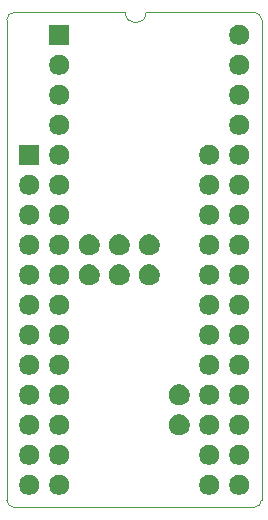
<source format=gbr>
%TF.GenerationSoftware,KiCad,Pcbnew,(5.1.5-0-10_14)*%
%TF.CreationDate,2021-01-31T16:28:13+01:00*%
%TF.ProjectId,C64-Prog-Adapter-LB,4336342d-5072-46f6-972d-416461707465,1.0*%
%TF.SameCoordinates,Original*%
%TF.FileFunction,Soldermask,Top*%
%TF.FilePolarity,Negative*%
%FSLAX46Y46*%
G04 Gerber Fmt 4.6, Leading zero omitted, Abs format (unit mm)*
G04 Created by KiCad (PCBNEW (5.1.5-0-10_14)) date 2021-01-31 16:28:13*
%MOMM*%
%LPD*%
G04 APERTURE LIST*
%ADD10C,0.050000*%
%ADD11C,0.150000*%
G04 APERTURE END LIST*
D10*
X124206000Y-38735000D02*
X133350000Y-38735000D01*
X124206000Y-38735000D02*
G75*
G02X122428000Y-38735000I-889000J0D01*
G01*
X133985000Y-80010000D02*
G75*
G02X133350000Y-80645000I-635000J0D01*
G01*
X113030000Y-80645000D02*
G75*
G02X112395000Y-80010000I0J635000D01*
G01*
X112395000Y-39370000D02*
G75*
G02X113030000Y-38735000I635000J0D01*
G01*
X133350000Y-38735000D02*
G75*
G02X133985000Y-39370000I0J-635000D01*
G01*
X112395000Y-80010000D02*
X112395000Y-39370000D01*
X133350000Y-80645000D02*
X113030000Y-80645000D01*
X133985000Y-39370000D02*
X133985000Y-80010000D01*
X113030000Y-38735000D02*
X122428000Y-38735000D01*
D11*
G36*
X132328228Y-77921703D02*
G01*
X132483100Y-77985853D01*
X132622481Y-78078985D01*
X132741015Y-78197519D01*
X132834147Y-78336900D01*
X132898297Y-78491772D01*
X132931000Y-78656184D01*
X132931000Y-78823816D01*
X132898297Y-78988228D01*
X132834147Y-79143100D01*
X132741015Y-79282481D01*
X132622481Y-79401015D01*
X132483100Y-79494147D01*
X132328228Y-79558297D01*
X132163816Y-79591000D01*
X131996184Y-79591000D01*
X131831772Y-79558297D01*
X131676900Y-79494147D01*
X131537519Y-79401015D01*
X131418985Y-79282481D01*
X131325853Y-79143100D01*
X131261703Y-78988228D01*
X131229000Y-78823816D01*
X131229000Y-78656184D01*
X131261703Y-78491772D01*
X131325853Y-78336900D01*
X131418985Y-78197519D01*
X131537519Y-78078985D01*
X131676900Y-77985853D01*
X131831772Y-77921703D01*
X131996184Y-77889000D01*
X132163816Y-77889000D01*
X132328228Y-77921703D01*
G37*
G36*
X129788228Y-77921703D02*
G01*
X129943100Y-77985853D01*
X130082481Y-78078985D01*
X130201015Y-78197519D01*
X130294147Y-78336900D01*
X130358297Y-78491772D01*
X130391000Y-78656184D01*
X130391000Y-78823816D01*
X130358297Y-78988228D01*
X130294147Y-79143100D01*
X130201015Y-79282481D01*
X130082481Y-79401015D01*
X129943100Y-79494147D01*
X129788228Y-79558297D01*
X129623816Y-79591000D01*
X129456184Y-79591000D01*
X129291772Y-79558297D01*
X129136900Y-79494147D01*
X128997519Y-79401015D01*
X128878985Y-79282481D01*
X128785853Y-79143100D01*
X128721703Y-78988228D01*
X128689000Y-78823816D01*
X128689000Y-78656184D01*
X128721703Y-78491772D01*
X128785853Y-78336900D01*
X128878985Y-78197519D01*
X128997519Y-78078985D01*
X129136900Y-77985853D01*
X129291772Y-77921703D01*
X129456184Y-77889000D01*
X129623816Y-77889000D01*
X129788228Y-77921703D01*
G37*
G36*
X117088228Y-77921703D02*
G01*
X117243100Y-77985853D01*
X117382481Y-78078985D01*
X117501015Y-78197519D01*
X117594147Y-78336900D01*
X117658297Y-78491772D01*
X117691000Y-78656184D01*
X117691000Y-78823816D01*
X117658297Y-78988228D01*
X117594147Y-79143100D01*
X117501015Y-79282481D01*
X117382481Y-79401015D01*
X117243100Y-79494147D01*
X117088228Y-79558297D01*
X116923816Y-79591000D01*
X116756184Y-79591000D01*
X116591772Y-79558297D01*
X116436900Y-79494147D01*
X116297519Y-79401015D01*
X116178985Y-79282481D01*
X116085853Y-79143100D01*
X116021703Y-78988228D01*
X115989000Y-78823816D01*
X115989000Y-78656184D01*
X116021703Y-78491772D01*
X116085853Y-78336900D01*
X116178985Y-78197519D01*
X116297519Y-78078985D01*
X116436900Y-77985853D01*
X116591772Y-77921703D01*
X116756184Y-77889000D01*
X116923816Y-77889000D01*
X117088228Y-77921703D01*
G37*
G36*
X114548228Y-77921703D02*
G01*
X114703100Y-77985853D01*
X114842481Y-78078985D01*
X114961015Y-78197519D01*
X115054147Y-78336900D01*
X115118297Y-78491772D01*
X115151000Y-78656184D01*
X115151000Y-78823816D01*
X115118297Y-78988228D01*
X115054147Y-79143100D01*
X114961015Y-79282481D01*
X114842481Y-79401015D01*
X114703100Y-79494147D01*
X114548228Y-79558297D01*
X114383816Y-79591000D01*
X114216184Y-79591000D01*
X114051772Y-79558297D01*
X113896900Y-79494147D01*
X113757519Y-79401015D01*
X113638985Y-79282481D01*
X113545853Y-79143100D01*
X113481703Y-78988228D01*
X113449000Y-78823816D01*
X113449000Y-78656184D01*
X113481703Y-78491772D01*
X113545853Y-78336900D01*
X113638985Y-78197519D01*
X113757519Y-78078985D01*
X113896900Y-77985853D01*
X114051772Y-77921703D01*
X114216184Y-77889000D01*
X114383816Y-77889000D01*
X114548228Y-77921703D01*
G37*
G36*
X132328228Y-75381703D02*
G01*
X132483100Y-75445853D01*
X132622481Y-75538985D01*
X132741015Y-75657519D01*
X132834147Y-75796900D01*
X132898297Y-75951772D01*
X132931000Y-76116184D01*
X132931000Y-76283816D01*
X132898297Y-76448228D01*
X132834147Y-76603100D01*
X132741015Y-76742481D01*
X132622481Y-76861015D01*
X132483100Y-76954147D01*
X132328228Y-77018297D01*
X132163816Y-77051000D01*
X131996184Y-77051000D01*
X131831772Y-77018297D01*
X131676900Y-76954147D01*
X131537519Y-76861015D01*
X131418985Y-76742481D01*
X131325853Y-76603100D01*
X131261703Y-76448228D01*
X131229000Y-76283816D01*
X131229000Y-76116184D01*
X131261703Y-75951772D01*
X131325853Y-75796900D01*
X131418985Y-75657519D01*
X131537519Y-75538985D01*
X131676900Y-75445853D01*
X131831772Y-75381703D01*
X131996184Y-75349000D01*
X132163816Y-75349000D01*
X132328228Y-75381703D01*
G37*
G36*
X129788228Y-75381703D02*
G01*
X129943100Y-75445853D01*
X130082481Y-75538985D01*
X130201015Y-75657519D01*
X130294147Y-75796900D01*
X130358297Y-75951772D01*
X130391000Y-76116184D01*
X130391000Y-76283816D01*
X130358297Y-76448228D01*
X130294147Y-76603100D01*
X130201015Y-76742481D01*
X130082481Y-76861015D01*
X129943100Y-76954147D01*
X129788228Y-77018297D01*
X129623816Y-77051000D01*
X129456184Y-77051000D01*
X129291772Y-77018297D01*
X129136900Y-76954147D01*
X128997519Y-76861015D01*
X128878985Y-76742481D01*
X128785853Y-76603100D01*
X128721703Y-76448228D01*
X128689000Y-76283816D01*
X128689000Y-76116184D01*
X128721703Y-75951772D01*
X128785853Y-75796900D01*
X128878985Y-75657519D01*
X128997519Y-75538985D01*
X129136900Y-75445853D01*
X129291772Y-75381703D01*
X129456184Y-75349000D01*
X129623816Y-75349000D01*
X129788228Y-75381703D01*
G37*
G36*
X117088228Y-75381703D02*
G01*
X117243100Y-75445853D01*
X117382481Y-75538985D01*
X117501015Y-75657519D01*
X117594147Y-75796900D01*
X117658297Y-75951772D01*
X117691000Y-76116184D01*
X117691000Y-76283816D01*
X117658297Y-76448228D01*
X117594147Y-76603100D01*
X117501015Y-76742481D01*
X117382481Y-76861015D01*
X117243100Y-76954147D01*
X117088228Y-77018297D01*
X116923816Y-77051000D01*
X116756184Y-77051000D01*
X116591772Y-77018297D01*
X116436900Y-76954147D01*
X116297519Y-76861015D01*
X116178985Y-76742481D01*
X116085853Y-76603100D01*
X116021703Y-76448228D01*
X115989000Y-76283816D01*
X115989000Y-76116184D01*
X116021703Y-75951772D01*
X116085853Y-75796900D01*
X116178985Y-75657519D01*
X116297519Y-75538985D01*
X116436900Y-75445853D01*
X116591772Y-75381703D01*
X116756184Y-75349000D01*
X116923816Y-75349000D01*
X117088228Y-75381703D01*
G37*
G36*
X114548228Y-75381703D02*
G01*
X114703100Y-75445853D01*
X114842481Y-75538985D01*
X114961015Y-75657519D01*
X115054147Y-75796900D01*
X115118297Y-75951772D01*
X115151000Y-76116184D01*
X115151000Y-76283816D01*
X115118297Y-76448228D01*
X115054147Y-76603100D01*
X114961015Y-76742481D01*
X114842481Y-76861015D01*
X114703100Y-76954147D01*
X114548228Y-77018297D01*
X114383816Y-77051000D01*
X114216184Y-77051000D01*
X114051772Y-77018297D01*
X113896900Y-76954147D01*
X113757519Y-76861015D01*
X113638985Y-76742481D01*
X113545853Y-76603100D01*
X113481703Y-76448228D01*
X113449000Y-76283816D01*
X113449000Y-76116184D01*
X113481703Y-75951772D01*
X113545853Y-75796900D01*
X113638985Y-75657519D01*
X113757519Y-75538985D01*
X113896900Y-75445853D01*
X114051772Y-75381703D01*
X114216184Y-75349000D01*
X114383816Y-75349000D01*
X114548228Y-75381703D01*
G37*
G36*
X127113512Y-72763927D02*
G01*
X127262812Y-72793624D01*
X127426784Y-72861544D01*
X127574354Y-72960147D01*
X127699853Y-73085646D01*
X127798456Y-73233216D01*
X127866376Y-73397188D01*
X127901000Y-73571259D01*
X127901000Y-73748741D01*
X127866376Y-73922812D01*
X127798456Y-74086784D01*
X127699853Y-74234354D01*
X127574354Y-74359853D01*
X127426784Y-74458456D01*
X127262812Y-74526376D01*
X127113512Y-74556073D01*
X127088742Y-74561000D01*
X126911258Y-74561000D01*
X126886488Y-74556073D01*
X126737188Y-74526376D01*
X126573216Y-74458456D01*
X126425646Y-74359853D01*
X126300147Y-74234354D01*
X126201544Y-74086784D01*
X126133624Y-73922812D01*
X126099000Y-73748741D01*
X126099000Y-73571259D01*
X126133624Y-73397188D01*
X126201544Y-73233216D01*
X126300147Y-73085646D01*
X126425646Y-72960147D01*
X126573216Y-72861544D01*
X126737188Y-72793624D01*
X126886488Y-72763927D01*
X126911258Y-72759000D01*
X127088742Y-72759000D01*
X127113512Y-72763927D01*
G37*
G36*
X132328228Y-72841703D02*
G01*
X132483100Y-72905853D01*
X132622481Y-72998985D01*
X132741015Y-73117519D01*
X132834147Y-73256900D01*
X132898297Y-73411772D01*
X132931000Y-73576184D01*
X132931000Y-73743816D01*
X132898297Y-73908228D01*
X132834147Y-74063100D01*
X132741015Y-74202481D01*
X132622481Y-74321015D01*
X132483100Y-74414147D01*
X132328228Y-74478297D01*
X132163816Y-74511000D01*
X131996184Y-74511000D01*
X131831772Y-74478297D01*
X131676900Y-74414147D01*
X131537519Y-74321015D01*
X131418985Y-74202481D01*
X131325853Y-74063100D01*
X131261703Y-73908228D01*
X131229000Y-73743816D01*
X131229000Y-73576184D01*
X131261703Y-73411772D01*
X131325853Y-73256900D01*
X131418985Y-73117519D01*
X131537519Y-72998985D01*
X131676900Y-72905853D01*
X131831772Y-72841703D01*
X131996184Y-72809000D01*
X132163816Y-72809000D01*
X132328228Y-72841703D01*
G37*
G36*
X129788228Y-72841703D02*
G01*
X129943100Y-72905853D01*
X130082481Y-72998985D01*
X130201015Y-73117519D01*
X130294147Y-73256900D01*
X130358297Y-73411772D01*
X130391000Y-73576184D01*
X130391000Y-73743816D01*
X130358297Y-73908228D01*
X130294147Y-74063100D01*
X130201015Y-74202481D01*
X130082481Y-74321015D01*
X129943100Y-74414147D01*
X129788228Y-74478297D01*
X129623816Y-74511000D01*
X129456184Y-74511000D01*
X129291772Y-74478297D01*
X129136900Y-74414147D01*
X128997519Y-74321015D01*
X128878985Y-74202481D01*
X128785853Y-74063100D01*
X128721703Y-73908228D01*
X128689000Y-73743816D01*
X128689000Y-73576184D01*
X128721703Y-73411772D01*
X128785853Y-73256900D01*
X128878985Y-73117519D01*
X128997519Y-72998985D01*
X129136900Y-72905853D01*
X129291772Y-72841703D01*
X129456184Y-72809000D01*
X129623816Y-72809000D01*
X129788228Y-72841703D01*
G37*
G36*
X117088228Y-72841703D02*
G01*
X117243100Y-72905853D01*
X117382481Y-72998985D01*
X117501015Y-73117519D01*
X117594147Y-73256900D01*
X117658297Y-73411772D01*
X117691000Y-73576184D01*
X117691000Y-73743816D01*
X117658297Y-73908228D01*
X117594147Y-74063100D01*
X117501015Y-74202481D01*
X117382481Y-74321015D01*
X117243100Y-74414147D01*
X117088228Y-74478297D01*
X116923816Y-74511000D01*
X116756184Y-74511000D01*
X116591772Y-74478297D01*
X116436900Y-74414147D01*
X116297519Y-74321015D01*
X116178985Y-74202481D01*
X116085853Y-74063100D01*
X116021703Y-73908228D01*
X115989000Y-73743816D01*
X115989000Y-73576184D01*
X116021703Y-73411772D01*
X116085853Y-73256900D01*
X116178985Y-73117519D01*
X116297519Y-72998985D01*
X116436900Y-72905853D01*
X116591772Y-72841703D01*
X116756184Y-72809000D01*
X116923816Y-72809000D01*
X117088228Y-72841703D01*
G37*
G36*
X114548228Y-72841703D02*
G01*
X114703100Y-72905853D01*
X114842481Y-72998985D01*
X114961015Y-73117519D01*
X115054147Y-73256900D01*
X115118297Y-73411772D01*
X115151000Y-73576184D01*
X115151000Y-73743816D01*
X115118297Y-73908228D01*
X115054147Y-74063100D01*
X114961015Y-74202481D01*
X114842481Y-74321015D01*
X114703100Y-74414147D01*
X114548228Y-74478297D01*
X114383816Y-74511000D01*
X114216184Y-74511000D01*
X114051772Y-74478297D01*
X113896900Y-74414147D01*
X113757519Y-74321015D01*
X113638985Y-74202481D01*
X113545853Y-74063100D01*
X113481703Y-73908228D01*
X113449000Y-73743816D01*
X113449000Y-73576184D01*
X113481703Y-73411772D01*
X113545853Y-73256900D01*
X113638985Y-73117519D01*
X113757519Y-72998985D01*
X113896900Y-72905853D01*
X114051772Y-72841703D01*
X114216184Y-72809000D01*
X114383816Y-72809000D01*
X114548228Y-72841703D01*
G37*
G36*
X127113512Y-70223927D02*
G01*
X127262812Y-70253624D01*
X127426784Y-70321544D01*
X127574354Y-70420147D01*
X127699853Y-70545646D01*
X127798456Y-70693216D01*
X127866376Y-70857188D01*
X127901000Y-71031259D01*
X127901000Y-71208741D01*
X127866376Y-71382812D01*
X127798456Y-71546784D01*
X127699853Y-71694354D01*
X127574354Y-71819853D01*
X127426784Y-71918456D01*
X127262812Y-71986376D01*
X127113512Y-72016073D01*
X127088742Y-72021000D01*
X126911258Y-72021000D01*
X126886488Y-72016073D01*
X126737188Y-71986376D01*
X126573216Y-71918456D01*
X126425646Y-71819853D01*
X126300147Y-71694354D01*
X126201544Y-71546784D01*
X126133624Y-71382812D01*
X126099000Y-71208741D01*
X126099000Y-71031259D01*
X126133624Y-70857188D01*
X126201544Y-70693216D01*
X126300147Y-70545646D01*
X126425646Y-70420147D01*
X126573216Y-70321544D01*
X126737188Y-70253624D01*
X126886488Y-70223927D01*
X126911258Y-70219000D01*
X127088742Y-70219000D01*
X127113512Y-70223927D01*
G37*
G36*
X132328228Y-70301703D02*
G01*
X132483100Y-70365853D01*
X132622481Y-70458985D01*
X132741015Y-70577519D01*
X132834147Y-70716900D01*
X132898297Y-70871772D01*
X132931000Y-71036184D01*
X132931000Y-71203816D01*
X132898297Y-71368228D01*
X132834147Y-71523100D01*
X132741015Y-71662481D01*
X132622481Y-71781015D01*
X132483100Y-71874147D01*
X132328228Y-71938297D01*
X132163816Y-71971000D01*
X131996184Y-71971000D01*
X131831772Y-71938297D01*
X131676900Y-71874147D01*
X131537519Y-71781015D01*
X131418985Y-71662481D01*
X131325853Y-71523100D01*
X131261703Y-71368228D01*
X131229000Y-71203816D01*
X131229000Y-71036184D01*
X131261703Y-70871772D01*
X131325853Y-70716900D01*
X131418985Y-70577519D01*
X131537519Y-70458985D01*
X131676900Y-70365853D01*
X131831772Y-70301703D01*
X131996184Y-70269000D01*
X132163816Y-70269000D01*
X132328228Y-70301703D01*
G37*
G36*
X129788228Y-70301703D02*
G01*
X129943100Y-70365853D01*
X130082481Y-70458985D01*
X130201015Y-70577519D01*
X130294147Y-70716900D01*
X130358297Y-70871772D01*
X130391000Y-71036184D01*
X130391000Y-71203816D01*
X130358297Y-71368228D01*
X130294147Y-71523100D01*
X130201015Y-71662481D01*
X130082481Y-71781015D01*
X129943100Y-71874147D01*
X129788228Y-71938297D01*
X129623816Y-71971000D01*
X129456184Y-71971000D01*
X129291772Y-71938297D01*
X129136900Y-71874147D01*
X128997519Y-71781015D01*
X128878985Y-71662481D01*
X128785853Y-71523100D01*
X128721703Y-71368228D01*
X128689000Y-71203816D01*
X128689000Y-71036184D01*
X128721703Y-70871772D01*
X128785853Y-70716900D01*
X128878985Y-70577519D01*
X128997519Y-70458985D01*
X129136900Y-70365853D01*
X129291772Y-70301703D01*
X129456184Y-70269000D01*
X129623816Y-70269000D01*
X129788228Y-70301703D01*
G37*
G36*
X117088228Y-70301703D02*
G01*
X117243100Y-70365853D01*
X117382481Y-70458985D01*
X117501015Y-70577519D01*
X117594147Y-70716900D01*
X117658297Y-70871772D01*
X117691000Y-71036184D01*
X117691000Y-71203816D01*
X117658297Y-71368228D01*
X117594147Y-71523100D01*
X117501015Y-71662481D01*
X117382481Y-71781015D01*
X117243100Y-71874147D01*
X117088228Y-71938297D01*
X116923816Y-71971000D01*
X116756184Y-71971000D01*
X116591772Y-71938297D01*
X116436900Y-71874147D01*
X116297519Y-71781015D01*
X116178985Y-71662481D01*
X116085853Y-71523100D01*
X116021703Y-71368228D01*
X115989000Y-71203816D01*
X115989000Y-71036184D01*
X116021703Y-70871772D01*
X116085853Y-70716900D01*
X116178985Y-70577519D01*
X116297519Y-70458985D01*
X116436900Y-70365853D01*
X116591772Y-70301703D01*
X116756184Y-70269000D01*
X116923816Y-70269000D01*
X117088228Y-70301703D01*
G37*
G36*
X114548228Y-70301703D02*
G01*
X114703100Y-70365853D01*
X114842481Y-70458985D01*
X114961015Y-70577519D01*
X115054147Y-70716900D01*
X115118297Y-70871772D01*
X115151000Y-71036184D01*
X115151000Y-71203816D01*
X115118297Y-71368228D01*
X115054147Y-71523100D01*
X114961015Y-71662481D01*
X114842481Y-71781015D01*
X114703100Y-71874147D01*
X114548228Y-71938297D01*
X114383816Y-71971000D01*
X114216184Y-71971000D01*
X114051772Y-71938297D01*
X113896900Y-71874147D01*
X113757519Y-71781015D01*
X113638985Y-71662481D01*
X113545853Y-71523100D01*
X113481703Y-71368228D01*
X113449000Y-71203816D01*
X113449000Y-71036184D01*
X113481703Y-70871772D01*
X113545853Y-70716900D01*
X113638985Y-70577519D01*
X113757519Y-70458985D01*
X113896900Y-70365853D01*
X114051772Y-70301703D01*
X114216184Y-70269000D01*
X114383816Y-70269000D01*
X114548228Y-70301703D01*
G37*
G36*
X117088228Y-67761703D02*
G01*
X117243100Y-67825853D01*
X117382481Y-67918985D01*
X117501015Y-68037519D01*
X117594147Y-68176900D01*
X117658297Y-68331772D01*
X117691000Y-68496184D01*
X117691000Y-68663816D01*
X117658297Y-68828228D01*
X117594147Y-68983100D01*
X117501015Y-69122481D01*
X117382481Y-69241015D01*
X117243100Y-69334147D01*
X117088228Y-69398297D01*
X116923816Y-69431000D01*
X116756184Y-69431000D01*
X116591772Y-69398297D01*
X116436900Y-69334147D01*
X116297519Y-69241015D01*
X116178985Y-69122481D01*
X116085853Y-68983100D01*
X116021703Y-68828228D01*
X115989000Y-68663816D01*
X115989000Y-68496184D01*
X116021703Y-68331772D01*
X116085853Y-68176900D01*
X116178985Y-68037519D01*
X116297519Y-67918985D01*
X116436900Y-67825853D01*
X116591772Y-67761703D01*
X116756184Y-67729000D01*
X116923816Y-67729000D01*
X117088228Y-67761703D01*
G37*
G36*
X129788228Y-67761703D02*
G01*
X129943100Y-67825853D01*
X130082481Y-67918985D01*
X130201015Y-68037519D01*
X130294147Y-68176900D01*
X130358297Y-68331772D01*
X130391000Y-68496184D01*
X130391000Y-68663816D01*
X130358297Y-68828228D01*
X130294147Y-68983100D01*
X130201015Y-69122481D01*
X130082481Y-69241015D01*
X129943100Y-69334147D01*
X129788228Y-69398297D01*
X129623816Y-69431000D01*
X129456184Y-69431000D01*
X129291772Y-69398297D01*
X129136900Y-69334147D01*
X128997519Y-69241015D01*
X128878985Y-69122481D01*
X128785853Y-68983100D01*
X128721703Y-68828228D01*
X128689000Y-68663816D01*
X128689000Y-68496184D01*
X128721703Y-68331772D01*
X128785853Y-68176900D01*
X128878985Y-68037519D01*
X128997519Y-67918985D01*
X129136900Y-67825853D01*
X129291772Y-67761703D01*
X129456184Y-67729000D01*
X129623816Y-67729000D01*
X129788228Y-67761703D01*
G37*
G36*
X114548228Y-67761703D02*
G01*
X114703100Y-67825853D01*
X114842481Y-67918985D01*
X114961015Y-68037519D01*
X115054147Y-68176900D01*
X115118297Y-68331772D01*
X115151000Y-68496184D01*
X115151000Y-68663816D01*
X115118297Y-68828228D01*
X115054147Y-68983100D01*
X114961015Y-69122481D01*
X114842481Y-69241015D01*
X114703100Y-69334147D01*
X114548228Y-69398297D01*
X114383816Y-69431000D01*
X114216184Y-69431000D01*
X114051772Y-69398297D01*
X113896900Y-69334147D01*
X113757519Y-69241015D01*
X113638985Y-69122481D01*
X113545853Y-68983100D01*
X113481703Y-68828228D01*
X113449000Y-68663816D01*
X113449000Y-68496184D01*
X113481703Y-68331772D01*
X113545853Y-68176900D01*
X113638985Y-68037519D01*
X113757519Y-67918985D01*
X113896900Y-67825853D01*
X114051772Y-67761703D01*
X114216184Y-67729000D01*
X114383816Y-67729000D01*
X114548228Y-67761703D01*
G37*
G36*
X132328228Y-67761703D02*
G01*
X132483100Y-67825853D01*
X132622481Y-67918985D01*
X132741015Y-68037519D01*
X132834147Y-68176900D01*
X132898297Y-68331772D01*
X132931000Y-68496184D01*
X132931000Y-68663816D01*
X132898297Y-68828228D01*
X132834147Y-68983100D01*
X132741015Y-69122481D01*
X132622481Y-69241015D01*
X132483100Y-69334147D01*
X132328228Y-69398297D01*
X132163816Y-69431000D01*
X131996184Y-69431000D01*
X131831772Y-69398297D01*
X131676900Y-69334147D01*
X131537519Y-69241015D01*
X131418985Y-69122481D01*
X131325853Y-68983100D01*
X131261703Y-68828228D01*
X131229000Y-68663816D01*
X131229000Y-68496184D01*
X131261703Y-68331772D01*
X131325853Y-68176900D01*
X131418985Y-68037519D01*
X131537519Y-67918985D01*
X131676900Y-67825853D01*
X131831772Y-67761703D01*
X131996184Y-67729000D01*
X132163816Y-67729000D01*
X132328228Y-67761703D01*
G37*
G36*
X129788228Y-65221703D02*
G01*
X129943100Y-65285853D01*
X130082481Y-65378985D01*
X130201015Y-65497519D01*
X130294147Y-65636900D01*
X130358297Y-65791772D01*
X130391000Y-65956184D01*
X130391000Y-66123816D01*
X130358297Y-66288228D01*
X130294147Y-66443100D01*
X130201015Y-66582481D01*
X130082481Y-66701015D01*
X129943100Y-66794147D01*
X129788228Y-66858297D01*
X129623816Y-66891000D01*
X129456184Y-66891000D01*
X129291772Y-66858297D01*
X129136900Y-66794147D01*
X128997519Y-66701015D01*
X128878985Y-66582481D01*
X128785853Y-66443100D01*
X128721703Y-66288228D01*
X128689000Y-66123816D01*
X128689000Y-65956184D01*
X128721703Y-65791772D01*
X128785853Y-65636900D01*
X128878985Y-65497519D01*
X128997519Y-65378985D01*
X129136900Y-65285853D01*
X129291772Y-65221703D01*
X129456184Y-65189000D01*
X129623816Y-65189000D01*
X129788228Y-65221703D01*
G37*
G36*
X114548228Y-65221703D02*
G01*
X114703100Y-65285853D01*
X114842481Y-65378985D01*
X114961015Y-65497519D01*
X115054147Y-65636900D01*
X115118297Y-65791772D01*
X115151000Y-65956184D01*
X115151000Y-66123816D01*
X115118297Y-66288228D01*
X115054147Y-66443100D01*
X114961015Y-66582481D01*
X114842481Y-66701015D01*
X114703100Y-66794147D01*
X114548228Y-66858297D01*
X114383816Y-66891000D01*
X114216184Y-66891000D01*
X114051772Y-66858297D01*
X113896900Y-66794147D01*
X113757519Y-66701015D01*
X113638985Y-66582481D01*
X113545853Y-66443100D01*
X113481703Y-66288228D01*
X113449000Y-66123816D01*
X113449000Y-65956184D01*
X113481703Y-65791772D01*
X113545853Y-65636900D01*
X113638985Y-65497519D01*
X113757519Y-65378985D01*
X113896900Y-65285853D01*
X114051772Y-65221703D01*
X114216184Y-65189000D01*
X114383816Y-65189000D01*
X114548228Y-65221703D01*
G37*
G36*
X132328228Y-65221703D02*
G01*
X132483100Y-65285853D01*
X132622481Y-65378985D01*
X132741015Y-65497519D01*
X132834147Y-65636900D01*
X132898297Y-65791772D01*
X132931000Y-65956184D01*
X132931000Y-66123816D01*
X132898297Y-66288228D01*
X132834147Y-66443100D01*
X132741015Y-66582481D01*
X132622481Y-66701015D01*
X132483100Y-66794147D01*
X132328228Y-66858297D01*
X132163816Y-66891000D01*
X131996184Y-66891000D01*
X131831772Y-66858297D01*
X131676900Y-66794147D01*
X131537519Y-66701015D01*
X131418985Y-66582481D01*
X131325853Y-66443100D01*
X131261703Y-66288228D01*
X131229000Y-66123816D01*
X131229000Y-65956184D01*
X131261703Y-65791772D01*
X131325853Y-65636900D01*
X131418985Y-65497519D01*
X131537519Y-65378985D01*
X131676900Y-65285853D01*
X131831772Y-65221703D01*
X131996184Y-65189000D01*
X132163816Y-65189000D01*
X132328228Y-65221703D01*
G37*
G36*
X117088228Y-65221703D02*
G01*
X117243100Y-65285853D01*
X117382481Y-65378985D01*
X117501015Y-65497519D01*
X117594147Y-65636900D01*
X117658297Y-65791772D01*
X117691000Y-65956184D01*
X117691000Y-66123816D01*
X117658297Y-66288228D01*
X117594147Y-66443100D01*
X117501015Y-66582481D01*
X117382481Y-66701015D01*
X117243100Y-66794147D01*
X117088228Y-66858297D01*
X116923816Y-66891000D01*
X116756184Y-66891000D01*
X116591772Y-66858297D01*
X116436900Y-66794147D01*
X116297519Y-66701015D01*
X116178985Y-66582481D01*
X116085853Y-66443100D01*
X116021703Y-66288228D01*
X115989000Y-66123816D01*
X115989000Y-65956184D01*
X116021703Y-65791772D01*
X116085853Y-65636900D01*
X116178985Y-65497519D01*
X116297519Y-65378985D01*
X116436900Y-65285853D01*
X116591772Y-65221703D01*
X116756184Y-65189000D01*
X116923816Y-65189000D01*
X117088228Y-65221703D01*
G37*
G36*
X129788228Y-62681703D02*
G01*
X129943100Y-62745853D01*
X130082481Y-62838985D01*
X130201015Y-62957519D01*
X130294147Y-63096900D01*
X130358297Y-63251772D01*
X130391000Y-63416184D01*
X130391000Y-63583816D01*
X130358297Y-63748228D01*
X130294147Y-63903100D01*
X130201015Y-64042481D01*
X130082481Y-64161015D01*
X129943100Y-64254147D01*
X129788228Y-64318297D01*
X129623816Y-64351000D01*
X129456184Y-64351000D01*
X129291772Y-64318297D01*
X129136900Y-64254147D01*
X128997519Y-64161015D01*
X128878985Y-64042481D01*
X128785853Y-63903100D01*
X128721703Y-63748228D01*
X128689000Y-63583816D01*
X128689000Y-63416184D01*
X128721703Y-63251772D01*
X128785853Y-63096900D01*
X128878985Y-62957519D01*
X128997519Y-62838985D01*
X129136900Y-62745853D01*
X129291772Y-62681703D01*
X129456184Y-62649000D01*
X129623816Y-62649000D01*
X129788228Y-62681703D01*
G37*
G36*
X132328228Y-62681703D02*
G01*
X132483100Y-62745853D01*
X132622481Y-62838985D01*
X132741015Y-62957519D01*
X132834147Y-63096900D01*
X132898297Y-63251772D01*
X132931000Y-63416184D01*
X132931000Y-63583816D01*
X132898297Y-63748228D01*
X132834147Y-63903100D01*
X132741015Y-64042481D01*
X132622481Y-64161015D01*
X132483100Y-64254147D01*
X132328228Y-64318297D01*
X132163816Y-64351000D01*
X131996184Y-64351000D01*
X131831772Y-64318297D01*
X131676900Y-64254147D01*
X131537519Y-64161015D01*
X131418985Y-64042481D01*
X131325853Y-63903100D01*
X131261703Y-63748228D01*
X131229000Y-63583816D01*
X131229000Y-63416184D01*
X131261703Y-63251772D01*
X131325853Y-63096900D01*
X131418985Y-62957519D01*
X131537519Y-62838985D01*
X131676900Y-62745853D01*
X131831772Y-62681703D01*
X131996184Y-62649000D01*
X132163816Y-62649000D01*
X132328228Y-62681703D01*
G37*
G36*
X117088228Y-62681703D02*
G01*
X117243100Y-62745853D01*
X117382481Y-62838985D01*
X117501015Y-62957519D01*
X117594147Y-63096900D01*
X117658297Y-63251772D01*
X117691000Y-63416184D01*
X117691000Y-63583816D01*
X117658297Y-63748228D01*
X117594147Y-63903100D01*
X117501015Y-64042481D01*
X117382481Y-64161015D01*
X117243100Y-64254147D01*
X117088228Y-64318297D01*
X116923816Y-64351000D01*
X116756184Y-64351000D01*
X116591772Y-64318297D01*
X116436900Y-64254147D01*
X116297519Y-64161015D01*
X116178985Y-64042481D01*
X116085853Y-63903100D01*
X116021703Y-63748228D01*
X115989000Y-63583816D01*
X115989000Y-63416184D01*
X116021703Y-63251772D01*
X116085853Y-63096900D01*
X116178985Y-62957519D01*
X116297519Y-62838985D01*
X116436900Y-62745853D01*
X116591772Y-62681703D01*
X116756184Y-62649000D01*
X116923816Y-62649000D01*
X117088228Y-62681703D01*
G37*
G36*
X114548228Y-62681703D02*
G01*
X114703100Y-62745853D01*
X114842481Y-62838985D01*
X114961015Y-62957519D01*
X115054147Y-63096900D01*
X115118297Y-63251772D01*
X115151000Y-63416184D01*
X115151000Y-63583816D01*
X115118297Y-63748228D01*
X115054147Y-63903100D01*
X114961015Y-64042481D01*
X114842481Y-64161015D01*
X114703100Y-64254147D01*
X114548228Y-64318297D01*
X114383816Y-64351000D01*
X114216184Y-64351000D01*
X114051772Y-64318297D01*
X113896900Y-64254147D01*
X113757519Y-64161015D01*
X113638985Y-64042481D01*
X113545853Y-63903100D01*
X113481703Y-63748228D01*
X113449000Y-63583816D01*
X113449000Y-63416184D01*
X113481703Y-63251772D01*
X113545853Y-63096900D01*
X113638985Y-62957519D01*
X113757519Y-62838985D01*
X113896900Y-62745853D01*
X114051772Y-62681703D01*
X114216184Y-62649000D01*
X114383816Y-62649000D01*
X114548228Y-62681703D01*
G37*
G36*
X124573512Y-60063927D02*
G01*
X124722812Y-60093624D01*
X124886784Y-60161544D01*
X125034354Y-60260147D01*
X125159853Y-60385646D01*
X125258456Y-60533216D01*
X125326376Y-60697188D01*
X125361000Y-60871259D01*
X125361000Y-61048741D01*
X125326376Y-61222812D01*
X125258456Y-61386784D01*
X125159853Y-61534354D01*
X125034354Y-61659853D01*
X124886784Y-61758456D01*
X124722812Y-61826376D01*
X124573512Y-61856073D01*
X124548742Y-61861000D01*
X124371258Y-61861000D01*
X124346488Y-61856073D01*
X124197188Y-61826376D01*
X124033216Y-61758456D01*
X123885646Y-61659853D01*
X123760147Y-61534354D01*
X123661544Y-61386784D01*
X123593624Y-61222812D01*
X123559000Y-61048741D01*
X123559000Y-60871259D01*
X123593624Y-60697188D01*
X123661544Y-60533216D01*
X123760147Y-60385646D01*
X123885646Y-60260147D01*
X124033216Y-60161544D01*
X124197188Y-60093624D01*
X124346488Y-60063927D01*
X124371258Y-60059000D01*
X124548742Y-60059000D01*
X124573512Y-60063927D01*
G37*
G36*
X122033512Y-60063927D02*
G01*
X122182812Y-60093624D01*
X122346784Y-60161544D01*
X122494354Y-60260147D01*
X122619853Y-60385646D01*
X122718456Y-60533216D01*
X122786376Y-60697188D01*
X122821000Y-60871259D01*
X122821000Y-61048741D01*
X122786376Y-61222812D01*
X122718456Y-61386784D01*
X122619853Y-61534354D01*
X122494354Y-61659853D01*
X122346784Y-61758456D01*
X122182812Y-61826376D01*
X122033512Y-61856073D01*
X122008742Y-61861000D01*
X121831258Y-61861000D01*
X121806488Y-61856073D01*
X121657188Y-61826376D01*
X121493216Y-61758456D01*
X121345646Y-61659853D01*
X121220147Y-61534354D01*
X121121544Y-61386784D01*
X121053624Y-61222812D01*
X121019000Y-61048741D01*
X121019000Y-60871259D01*
X121053624Y-60697188D01*
X121121544Y-60533216D01*
X121220147Y-60385646D01*
X121345646Y-60260147D01*
X121493216Y-60161544D01*
X121657188Y-60093624D01*
X121806488Y-60063927D01*
X121831258Y-60059000D01*
X122008742Y-60059000D01*
X122033512Y-60063927D01*
G37*
G36*
X119493512Y-60063927D02*
G01*
X119642812Y-60093624D01*
X119806784Y-60161544D01*
X119954354Y-60260147D01*
X120079853Y-60385646D01*
X120178456Y-60533216D01*
X120246376Y-60697188D01*
X120281000Y-60871259D01*
X120281000Y-61048741D01*
X120246376Y-61222812D01*
X120178456Y-61386784D01*
X120079853Y-61534354D01*
X119954354Y-61659853D01*
X119806784Y-61758456D01*
X119642812Y-61826376D01*
X119493512Y-61856073D01*
X119468742Y-61861000D01*
X119291258Y-61861000D01*
X119266488Y-61856073D01*
X119117188Y-61826376D01*
X118953216Y-61758456D01*
X118805646Y-61659853D01*
X118680147Y-61534354D01*
X118581544Y-61386784D01*
X118513624Y-61222812D01*
X118479000Y-61048741D01*
X118479000Y-60871259D01*
X118513624Y-60697188D01*
X118581544Y-60533216D01*
X118680147Y-60385646D01*
X118805646Y-60260147D01*
X118953216Y-60161544D01*
X119117188Y-60093624D01*
X119266488Y-60063927D01*
X119291258Y-60059000D01*
X119468742Y-60059000D01*
X119493512Y-60063927D01*
G37*
G36*
X129788228Y-60141703D02*
G01*
X129943100Y-60205853D01*
X130082481Y-60298985D01*
X130201015Y-60417519D01*
X130294147Y-60556900D01*
X130358297Y-60711772D01*
X130391000Y-60876184D01*
X130391000Y-61043816D01*
X130358297Y-61208228D01*
X130294147Y-61363100D01*
X130201015Y-61502481D01*
X130082481Y-61621015D01*
X129943100Y-61714147D01*
X129788228Y-61778297D01*
X129623816Y-61811000D01*
X129456184Y-61811000D01*
X129291772Y-61778297D01*
X129136900Y-61714147D01*
X128997519Y-61621015D01*
X128878985Y-61502481D01*
X128785853Y-61363100D01*
X128721703Y-61208228D01*
X128689000Y-61043816D01*
X128689000Y-60876184D01*
X128721703Y-60711772D01*
X128785853Y-60556900D01*
X128878985Y-60417519D01*
X128997519Y-60298985D01*
X129136900Y-60205853D01*
X129291772Y-60141703D01*
X129456184Y-60109000D01*
X129623816Y-60109000D01*
X129788228Y-60141703D01*
G37*
G36*
X114548228Y-60141703D02*
G01*
X114703100Y-60205853D01*
X114842481Y-60298985D01*
X114961015Y-60417519D01*
X115054147Y-60556900D01*
X115118297Y-60711772D01*
X115151000Y-60876184D01*
X115151000Y-61043816D01*
X115118297Y-61208228D01*
X115054147Y-61363100D01*
X114961015Y-61502481D01*
X114842481Y-61621015D01*
X114703100Y-61714147D01*
X114548228Y-61778297D01*
X114383816Y-61811000D01*
X114216184Y-61811000D01*
X114051772Y-61778297D01*
X113896900Y-61714147D01*
X113757519Y-61621015D01*
X113638985Y-61502481D01*
X113545853Y-61363100D01*
X113481703Y-61208228D01*
X113449000Y-61043816D01*
X113449000Y-60876184D01*
X113481703Y-60711772D01*
X113545853Y-60556900D01*
X113638985Y-60417519D01*
X113757519Y-60298985D01*
X113896900Y-60205853D01*
X114051772Y-60141703D01*
X114216184Y-60109000D01*
X114383816Y-60109000D01*
X114548228Y-60141703D01*
G37*
G36*
X117088228Y-60141703D02*
G01*
X117243100Y-60205853D01*
X117382481Y-60298985D01*
X117501015Y-60417519D01*
X117594147Y-60556900D01*
X117658297Y-60711772D01*
X117691000Y-60876184D01*
X117691000Y-61043816D01*
X117658297Y-61208228D01*
X117594147Y-61363100D01*
X117501015Y-61502481D01*
X117382481Y-61621015D01*
X117243100Y-61714147D01*
X117088228Y-61778297D01*
X116923816Y-61811000D01*
X116756184Y-61811000D01*
X116591772Y-61778297D01*
X116436900Y-61714147D01*
X116297519Y-61621015D01*
X116178985Y-61502481D01*
X116085853Y-61363100D01*
X116021703Y-61208228D01*
X115989000Y-61043816D01*
X115989000Y-60876184D01*
X116021703Y-60711772D01*
X116085853Y-60556900D01*
X116178985Y-60417519D01*
X116297519Y-60298985D01*
X116436900Y-60205853D01*
X116591772Y-60141703D01*
X116756184Y-60109000D01*
X116923816Y-60109000D01*
X117088228Y-60141703D01*
G37*
G36*
X132328228Y-60141703D02*
G01*
X132483100Y-60205853D01*
X132622481Y-60298985D01*
X132741015Y-60417519D01*
X132834147Y-60556900D01*
X132898297Y-60711772D01*
X132931000Y-60876184D01*
X132931000Y-61043816D01*
X132898297Y-61208228D01*
X132834147Y-61363100D01*
X132741015Y-61502481D01*
X132622481Y-61621015D01*
X132483100Y-61714147D01*
X132328228Y-61778297D01*
X132163816Y-61811000D01*
X131996184Y-61811000D01*
X131831772Y-61778297D01*
X131676900Y-61714147D01*
X131537519Y-61621015D01*
X131418985Y-61502481D01*
X131325853Y-61363100D01*
X131261703Y-61208228D01*
X131229000Y-61043816D01*
X131229000Y-60876184D01*
X131261703Y-60711772D01*
X131325853Y-60556900D01*
X131418985Y-60417519D01*
X131537519Y-60298985D01*
X131676900Y-60205853D01*
X131831772Y-60141703D01*
X131996184Y-60109000D01*
X132163816Y-60109000D01*
X132328228Y-60141703D01*
G37*
G36*
X124573512Y-57523927D02*
G01*
X124722812Y-57553624D01*
X124886784Y-57621544D01*
X125034354Y-57720147D01*
X125159853Y-57845646D01*
X125258456Y-57993216D01*
X125326376Y-58157188D01*
X125361000Y-58331259D01*
X125361000Y-58508741D01*
X125326376Y-58682812D01*
X125258456Y-58846784D01*
X125159853Y-58994354D01*
X125034354Y-59119853D01*
X124886784Y-59218456D01*
X124722812Y-59286376D01*
X124573512Y-59316073D01*
X124548742Y-59321000D01*
X124371258Y-59321000D01*
X124346488Y-59316073D01*
X124197188Y-59286376D01*
X124033216Y-59218456D01*
X123885646Y-59119853D01*
X123760147Y-58994354D01*
X123661544Y-58846784D01*
X123593624Y-58682812D01*
X123559000Y-58508741D01*
X123559000Y-58331259D01*
X123593624Y-58157188D01*
X123661544Y-57993216D01*
X123760147Y-57845646D01*
X123885646Y-57720147D01*
X124033216Y-57621544D01*
X124197188Y-57553624D01*
X124346488Y-57523927D01*
X124371258Y-57519000D01*
X124548742Y-57519000D01*
X124573512Y-57523927D01*
G37*
G36*
X119493512Y-57523927D02*
G01*
X119642812Y-57553624D01*
X119806784Y-57621544D01*
X119954354Y-57720147D01*
X120079853Y-57845646D01*
X120178456Y-57993216D01*
X120246376Y-58157188D01*
X120281000Y-58331259D01*
X120281000Y-58508741D01*
X120246376Y-58682812D01*
X120178456Y-58846784D01*
X120079853Y-58994354D01*
X119954354Y-59119853D01*
X119806784Y-59218456D01*
X119642812Y-59286376D01*
X119493512Y-59316073D01*
X119468742Y-59321000D01*
X119291258Y-59321000D01*
X119266488Y-59316073D01*
X119117188Y-59286376D01*
X118953216Y-59218456D01*
X118805646Y-59119853D01*
X118680147Y-58994354D01*
X118581544Y-58846784D01*
X118513624Y-58682812D01*
X118479000Y-58508741D01*
X118479000Y-58331259D01*
X118513624Y-58157188D01*
X118581544Y-57993216D01*
X118680147Y-57845646D01*
X118805646Y-57720147D01*
X118953216Y-57621544D01*
X119117188Y-57553624D01*
X119266488Y-57523927D01*
X119291258Y-57519000D01*
X119468742Y-57519000D01*
X119493512Y-57523927D01*
G37*
G36*
X122033512Y-57523927D02*
G01*
X122182812Y-57553624D01*
X122346784Y-57621544D01*
X122494354Y-57720147D01*
X122619853Y-57845646D01*
X122718456Y-57993216D01*
X122786376Y-58157188D01*
X122821000Y-58331259D01*
X122821000Y-58508741D01*
X122786376Y-58682812D01*
X122718456Y-58846784D01*
X122619853Y-58994354D01*
X122494354Y-59119853D01*
X122346784Y-59218456D01*
X122182812Y-59286376D01*
X122033512Y-59316073D01*
X122008742Y-59321000D01*
X121831258Y-59321000D01*
X121806488Y-59316073D01*
X121657188Y-59286376D01*
X121493216Y-59218456D01*
X121345646Y-59119853D01*
X121220147Y-58994354D01*
X121121544Y-58846784D01*
X121053624Y-58682812D01*
X121019000Y-58508741D01*
X121019000Y-58331259D01*
X121053624Y-58157188D01*
X121121544Y-57993216D01*
X121220147Y-57845646D01*
X121345646Y-57720147D01*
X121493216Y-57621544D01*
X121657188Y-57553624D01*
X121806488Y-57523927D01*
X121831258Y-57519000D01*
X122008742Y-57519000D01*
X122033512Y-57523927D01*
G37*
G36*
X132328228Y-57601703D02*
G01*
X132483100Y-57665853D01*
X132622481Y-57758985D01*
X132741015Y-57877519D01*
X132834147Y-58016900D01*
X132898297Y-58171772D01*
X132931000Y-58336184D01*
X132931000Y-58503816D01*
X132898297Y-58668228D01*
X132834147Y-58823100D01*
X132741015Y-58962481D01*
X132622481Y-59081015D01*
X132483100Y-59174147D01*
X132328228Y-59238297D01*
X132163816Y-59271000D01*
X131996184Y-59271000D01*
X131831772Y-59238297D01*
X131676900Y-59174147D01*
X131537519Y-59081015D01*
X131418985Y-58962481D01*
X131325853Y-58823100D01*
X131261703Y-58668228D01*
X131229000Y-58503816D01*
X131229000Y-58336184D01*
X131261703Y-58171772D01*
X131325853Y-58016900D01*
X131418985Y-57877519D01*
X131537519Y-57758985D01*
X131676900Y-57665853D01*
X131831772Y-57601703D01*
X131996184Y-57569000D01*
X132163816Y-57569000D01*
X132328228Y-57601703D01*
G37*
G36*
X117088228Y-57601703D02*
G01*
X117243100Y-57665853D01*
X117382481Y-57758985D01*
X117501015Y-57877519D01*
X117594147Y-58016900D01*
X117658297Y-58171772D01*
X117691000Y-58336184D01*
X117691000Y-58503816D01*
X117658297Y-58668228D01*
X117594147Y-58823100D01*
X117501015Y-58962481D01*
X117382481Y-59081015D01*
X117243100Y-59174147D01*
X117088228Y-59238297D01*
X116923816Y-59271000D01*
X116756184Y-59271000D01*
X116591772Y-59238297D01*
X116436900Y-59174147D01*
X116297519Y-59081015D01*
X116178985Y-58962481D01*
X116085853Y-58823100D01*
X116021703Y-58668228D01*
X115989000Y-58503816D01*
X115989000Y-58336184D01*
X116021703Y-58171772D01*
X116085853Y-58016900D01*
X116178985Y-57877519D01*
X116297519Y-57758985D01*
X116436900Y-57665853D01*
X116591772Y-57601703D01*
X116756184Y-57569000D01*
X116923816Y-57569000D01*
X117088228Y-57601703D01*
G37*
G36*
X114548228Y-57601703D02*
G01*
X114703100Y-57665853D01*
X114842481Y-57758985D01*
X114961015Y-57877519D01*
X115054147Y-58016900D01*
X115118297Y-58171772D01*
X115151000Y-58336184D01*
X115151000Y-58503816D01*
X115118297Y-58668228D01*
X115054147Y-58823100D01*
X114961015Y-58962481D01*
X114842481Y-59081015D01*
X114703100Y-59174147D01*
X114548228Y-59238297D01*
X114383816Y-59271000D01*
X114216184Y-59271000D01*
X114051772Y-59238297D01*
X113896900Y-59174147D01*
X113757519Y-59081015D01*
X113638985Y-58962481D01*
X113545853Y-58823100D01*
X113481703Y-58668228D01*
X113449000Y-58503816D01*
X113449000Y-58336184D01*
X113481703Y-58171772D01*
X113545853Y-58016900D01*
X113638985Y-57877519D01*
X113757519Y-57758985D01*
X113896900Y-57665853D01*
X114051772Y-57601703D01*
X114216184Y-57569000D01*
X114383816Y-57569000D01*
X114548228Y-57601703D01*
G37*
G36*
X129788228Y-57601703D02*
G01*
X129943100Y-57665853D01*
X130082481Y-57758985D01*
X130201015Y-57877519D01*
X130294147Y-58016900D01*
X130358297Y-58171772D01*
X130391000Y-58336184D01*
X130391000Y-58503816D01*
X130358297Y-58668228D01*
X130294147Y-58823100D01*
X130201015Y-58962481D01*
X130082481Y-59081015D01*
X129943100Y-59174147D01*
X129788228Y-59238297D01*
X129623816Y-59271000D01*
X129456184Y-59271000D01*
X129291772Y-59238297D01*
X129136900Y-59174147D01*
X128997519Y-59081015D01*
X128878985Y-58962481D01*
X128785853Y-58823100D01*
X128721703Y-58668228D01*
X128689000Y-58503816D01*
X128689000Y-58336184D01*
X128721703Y-58171772D01*
X128785853Y-58016900D01*
X128878985Y-57877519D01*
X128997519Y-57758985D01*
X129136900Y-57665853D01*
X129291772Y-57601703D01*
X129456184Y-57569000D01*
X129623816Y-57569000D01*
X129788228Y-57601703D01*
G37*
G36*
X132328228Y-55061703D02*
G01*
X132483100Y-55125853D01*
X132622481Y-55218985D01*
X132741015Y-55337519D01*
X132834147Y-55476900D01*
X132898297Y-55631772D01*
X132931000Y-55796184D01*
X132931000Y-55963816D01*
X132898297Y-56128228D01*
X132834147Y-56283100D01*
X132741015Y-56422481D01*
X132622481Y-56541015D01*
X132483100Y-56634147D01*
X132328228Y-56698297D01*
X132163816Y-56731000D01*
X131996184Y-56731000D01*
X131831772Y-56698297D01*
X131676900Y-56634147D01*
X131537519Y-56541015D01*
X131418985Y-56422481D01*
X131325853Y-56283100D01*
X131261703Y-56128228D01*
X131229000Y-55963816D01*
X131229000Y-55796184D01*
X131261703Y-55631772D01*
X131325853Y-55476900D01*
X131418985Y-55337519D01*
X131537519Y-55218985D01*
X131676900Y-55125853D01*
X131831772Y-55061703D01*
X131996184Y-55029000D01*
X132163816Y-55029000D01*
X132328228Y-55061703D01*
G37*
G36*
X114548228Y-55061703D02*
G01*
X114703100Y-55125853D01*
X114842481Y-55218985D01*
X114961015Y-55337519D01*
X115054147Y-55476900D01*
X115118297Y-55631772D01*
X115151000Y-55796184D01*
X115151000Y-55963816D01*
X115118297Y-56128228D01*
X115054147Y-56283100D01*
X114961015Y-56422481D01*
X114842481Y-56541015D01*
X114703100Y-56634147D01*
X114548228Y-56698297D01*
X114383816Y-56731000D01*
X114216184Y-56731000D01*
X114051772Y-56698297D01*
X113896900Y-56634147D01*
X113757519Y-56541015D01*
X113638985Y-56422481D01*
X113545853Y-56283100D01*
X113481703Y-56128228D01*
X113449000Y-55963816D01*
X113449000Y-55796184D01*
X113481703Y-55631772D01*
X113545853Y-55476900D01*
X113638985Y-55337519D01*
X113757519Y-55218985D01*
X113896900Y-55125853D01*
X114051772Y-55061703D01*
X114216184Y-55029000D01*
X114383816Y-55029000D01*
X114548228Y-55061703D01*
G37*
G36*
X117088228Y-55061703D02*
G01*
X117243100Y-55125853D01*
X117382481Y-55218985D01*
X117501015Y-55337519D01*
X117594147Y-55476900D01*
X117658297Y-55631772D01*
X117691000Y-55796184D01*
X117691000Y-55963816D01*
X117658297Y-56128228D01*
X117594147Y-56283100D01*
X117501015Y-56422481D01*
X117382481Y-56541015D01*
X117243100Y-56634147D01*
X117088228Y-56698297D01*
X116923816Y-56731000D01*
X116756184Y-56731000D01*
X116591772Y-56698297D01*
X116436900Y-56634147D01*
X116297519Y-56541015D01*
X116178985Y-56422481D01*
X116085853Y-56283100D01*
X116021703Y-56128228D01*
X115989000Y-55963816D01*
X115989000Y-55796184D01*
X116021703Y-55631772D01*
X116085853Y-55476900D01*
X116178985Y-55337519D01*
X116297519Y-55218985D01*
X116436900Y-55125853D01*
X116591772Y-55061703D01*
X116756184Y-55029000D01*
X116923816Y-55029000D01*
X117088228Y-55061703D01*
G37*
G36*
X129788228Y-55061703D02*
G01*
X129943100Y-55125853D01*
X130082481Y-55218985D01*
X130201015Y-55337519D01*
X130294147Y-55476900D01*
X130358297Y-55631772D01*
X130391000Y-55796184D01*
X130391000Y-55963816D01*
X130358297Y-56128228D01*
X130294147Y-56283100D01*
X130201015Y-56422481D01*
X130082481Y-56541015D01*
X129943100Y-56634147D01*
X129788228Y-56698297D01*
X129623816Y-56731000D01*
X129456184Y-56731000D01*
X129291772Y-56698297D01*
X129136900Y-56634147D01*
X128997519Y-56541015D01*
X128878985Y-56422481D01*
X128785853Y-56283100D01*
X128721703Y-56128228D01*
X128689000Y-55963816D01*
X128689000Y-55796184D01*
X128721703Y-55631772D01*
X128785853Y-55476900D01*
X128878985Y-55337519D01*
X128997519Y-55218985D01*
X129136900Y-55125853D01*
X129291772Y-55061703D01*
X129456184Y-55029000D01*
X129623816Y-55029000D01*
X129788228Y-55061703D01*
G37*
G36*
X132328228Y-52521703D02*
G01*
X132483100Y-52585853D01*
X132622481Y-52678985D01*
X132741015Y-52797519D01*
X132834147Y-52936900D01*
X132898297Y-53091772D01*
X132931000Y-53256184D01*
X132931000Y-53423816D01*
X132898297Y-53588228D01*
X132834147Y-53743100D01*
X132741015Y-53882481D01*
X132622481Y-54001015D01*
X132483100Y-54094147D01*
X132328228Y-54158297D01*
X132163816Y-54191000D01*
X131996184Y-54191000D01*
X131831772Y-54158297D01*
X131676900Y-54094147D01*
X131537519Y-54001015D01*
X131418985Y-53882481D01*
X131325853Y-53743100D01*
X131261703Y-53588228D01*
X131229000Y-53423816D01*
X131229000Y-53256184D01*
X131261703Y-53091772D01*
X131325853Y-52936900D01*
X131418985Y-52797519D01*
X131537519Y-52678985D01*
X131676900Y-52585853D01*
X131831772Y-52521703D01*
X131996184Y-52489000D01*
X132163816Y-52489000D01*
X132328228Y-52521703D01*
G37*
G36*
X129788228Y-52521703D02*
G01*
X129943100Y-52585853D01*
X130082481Y-52678985D01*
X130201015Y-52797519D01*
X130294147Y-52936900D01*
X130358297Y-53091772D01*
X130391000Y-53256184D01*
X130391000Y-53423816D01*
X130358297Y-53588228D01*
X130294147Y-53743100D01*
X130201015Y-53882481D01*
X130082481Y-54001015D01*
X129943100Y-54094147D01*
X129788228Y-54158297D01*
X129623816Y-54191000D01*
X129456184Y-54191000D01*
X129291772Y-54158297D01*
X129136900Y-54094147D01*
X128997519Y-54001015D01*
X128878985Y-53882481D01*
X128785853Y-53743100D01*
X128721703Y-53588228D01*
X128689000Y-53423816D01*
X128689000Y-53256184D01*
X128721703Y-53091772D01*
X128785853Y-52936900D01*
X128878985Y-52797519D01*
X128997519Y-52678985D01*
X129136900Y-52585853D01*
X129291772Y-52521703D01*
X129456184Y-52489000D01*
X129623816Y-52489000D01*
X129788228Y-52521703D01*
G37*
G36*
X117088228Y-52521703D02*
G01*
X117243100Y-52585853D01*
X117382481Y-52678985D01*
X117501015Y-52797519D01*
X117594147Y-52936900D01*
X117658297Y-53091772D01*
X117691000Y-53256184D01*
X117691000Y-53423816D01*
X117658297Y-53588228D01*
X117594147Y-53743100D01*
X117501015Y-53882481D01*
X117382481Y-54001015D01*
X117243100Y-54094147D01*
X117088228Y-54158297D01*
X116923816Y-54191000D01*
X116756184Y-54191000D01*
X116591772Y-54158297D01*
X116436900Y-54094147D01*
X116297519Y-54001015D01*
X116178985Y-53882481D01*
X116085853Y-53743100D01*
X116021703Y-53588228D01*
X115989000Y-53423816D01*
X115989000Y-53256184D01*
X116021703Y-53091772D01*
X116085853Y-52936900D01*
X116178985Y-52797519D01*
X116297519Y-52678985D01*
X116436900Y-52585853D01*
X116591772Y-52521703D01*
X116756184Y-52489000D01*
X116923816Y-52489000D01*
X117088228Y-52521703D01*
G37*
G36*
X114548228Y-52521703D02*
G01*
X114703100Y-52585853D01*
X114842481Y-52678985D01*
X114961015Y-52797519D01*
X115054147Y-52936900D01*
X115118297Y-53091772D01*
X115151000Y-53256184D01*
X115151000Y-53423816D01*
X115118297Y-53588228D01*
X115054147Y-53743100D01*
X114961015Y-53882481D01*
X114842481Y-54001015D01*
X114703100Y-54094147D01*
X114548228Y-54158297D01*
X114383816Y-54191000D01*
X114216184Y-54191000D01*
X114051772Y-54158297D01*
X113896900Y-54094147D01*
X113757519Y-54001015D01*
X113638985Y-53882481D01*
X113545853Y-53743100D01*
X113481703Y-53588228D01*
X113449000Y-53423816D01*
X113449000Y-53256184D01*
X113481703Y-53091772D01*
X113545853Y-52936900D01*
X113638985Y-52797519D01*
X113757519Y-52678985D01*
X113896900Y-52585853D01*
X114051772Y-52521703D01*
X114216184Y-52489000D01*
X114383816Y-52489000D01*
X114548228Y-52521703D01*
G37*
G36*
X129788228Y-49981703D02*
G01*
X129943100Y-50045853D01*
X130082481Y-50138985D01*
X130201015Y-50257519D01*
X130294147Y-50396900D01*
X130358297Y-50551772D01*
X130391000Y-50716184D01*
X130391000Y-50883816D01*
X130358297Y-51048228D01*
X130294147Y-51203100D01*
X130201015Y-51342481D01*
X130082481Y-51461015D01*
X129943100Y-51554147D01*
X129788228Y-51618297D01*
X129623816Y-51651000D01*
X129456184Y-51651000D01*
X129291772Y-51618297D01*
X129136900Y-51554147D01*
X128997519Y-51461015D01*
X128878985Y-51342481D01*
X128785853Y-51203100D01*
X128721703Y-51048228D01*
X128689000Y-50883816D01*
X128689000Y-50716184D01*
X128721703Y-50551772D01*
X128785853Y-50396900D01*
X128878985Y-50257519D01*
X128997519Y-50138985D01*
X129136900Y-50045853D01*
X129291772Y-49981703D01*
X129456184Y-49949000D01*
X129623816Y-49949000D01*
X129788228Y-49981703D01*
G37*
G36*
X117088228Y-49981703D02*
G01*
X117243100Y-50045853D01*
X117382481Y-50138985D01*
X117501015Y-50257519D01*
X117594147Y-50396900D01*
X117658297Y-50551772D01*
X117691000Y-50716184D01*
X117691000Y-50883816D01*
X117658297Y-51048228D01*
X117594147Y-51203100D01*
X117501015Y-51342481D01*
X117382481Y-51461015D01*
X117243100Y-51554147D01*
X117088228Y-51618297D01*
X116923816Y-51651000D01*
X116756184Y-51651000D01*
X116591772Y-51618297D01*
X116436900Y-51554147D01*
X116297519Y-51461015D01*
X116178985Y-51342481D01*
X116085853Y-51203100D01*
X116021703Y-51048228D01*
X115989000Y-50883816D01*
X115989000Y-50716184D01*
X116021703Y-50551772D01*
X116085853Y-50396900D01*
X116178985Y-50257519D01*
X116297519Y-50138985D01*
X116436900Y-50045853D01*
X116591772Y-49981703D01*
X116756184Y-49949000D01*
X116923816Y-49949000D01*
X117088228Y-49981703D01*
G37*
G36*
X132328228Y-49981703D02*
G01*
X132483100Y-50045853D01*
X132622481Y-50138985D01*
X132741015Y-50257519D01*
X132834147Y-50396900D01*
X132898297Y-50551772D01*
X132931000Y-50716184D01*
X132931000Y-50883816D01*
X132898297Y-51048228D01*
X132834147Y-51203100D01*
X132741015Y-51342481D01*
X132622481Y-51461015D01*
X132483100Y-51554147D01*
X132328228Y-51618297D01*
X132163816Y-51651000D01*
X131996184Y-51651000D01*
X131831772Y-51618297D01*
X131676900Y-51554147D01*
X131537519Y-51461015D01*
X131418985Y-51342481D01*
X131325853Y-51203100D01*
X131261703Y-51048228D01*
X131229000Y-50883816D01*
X131229000Y-50716184D01*
X131261703Y-50551772D01*
X131325853Y-50396900D01*
X131418985Y-50257519D01*
X131537519Y-50138985D01*
X131676900Y-50045853D01*
X131831772Y-49981703D01*
X131996184Y-49949000D01*
X132163816Y-49949000D01*
X132328228Y-49981703D01*
G37*
G36*
X115151000Y-51651000D02*
G01*
X113449000Y-51651000D01*
X113449000Y-49949000D01*
X115151000Y-49949000D01*
X115151000Y-51651000D01*
G37*
G36*
X117088228Y-47441703D02*
G01*
X117243100Y-47505853D01*
X117382481Y-47598985D01*
X117501015Y-47717519D01*
X117594147Y-47856900D01*
X117658297Y-48011772D01*
X117691000Y-48176184D01*
X117691000Y-48343816D01*
X117658297Y-48508228D01*
X117594147Y-48663100D01*
X117501015Y-48802481D01*
X117382481Y-48921015D01*
X117243100Y-49014147D01*
X117088228Y-49078297D01*
X116923816Y-49111000D01*
X116756184Y-49111000D01*
X116591772Y-49078297D01*
X116436900Y-49014147D01*
X116297519Y-48921015D01*
X116178985Y-48802481D01*
X116085853Y-48663100D01*
X116021703Y-48508228D01*
X115989000Y-48343816D01*
X115989000Y-48176184D01*
X116021703Y-48011772D01*
X116085853Y-47856900D01*
X116178985Y-47717519D01*
X116297519Y-47598985D01*
X116436900Y-47505853D01*
X116591772Y-47441703D01*
X116756184Y-47409000D01*
X116923816Y-47409000D01*
X117088228Y-47441703D01*
G37*
G36*
X132328228Y-47441703D02*
G01*
X132483100Y-47505853D01*
X132622481Y-47598985D01*
X132741015Y-47717519D01*
X132834147Y-47856900D01*
X132898297Y-48011772D01*
X132931000Y-48176184D01*
X132931000Y-48343816D01*
X132898297Y-48508228D01*
X132834147Y-48663100D01*
X132741015Y-48802481D01*
X132622481Y-48921015D01*
X132483100Y-49014147D01*
X132328228Y-49078297D01*
X132163816Y-49111000D01*
X131996184Y-49111000D01*
X131831772Y-49078297D01*
X131676900Y-49014147D01*
X131537519Y-48921015D01*
X131418985Y-48802481D01*
X131325853Y-48663100D01*
X131261703Y-48508228D01*
X131229000Y-48343816D01*
X131229000Y-48176184D01*
X131261703Y-48011772D01*
X131325853Y-47856900D01*
X131418985Y-47717519D01*
X131537519Y-47598985D01*
X131676900Y-47505853D01*
X131831772Y-47441703D01*
X131996184Y-47409000D01*
X132163816Y-47409000D01*
X132328228Y-47441703D01*
G37*
G36*
X117088228Y-44901703D02*
G01*
X117243100Y-44965853D01*
X117382481Y-45058985D01*
X117501015Y-45177519D01*
X117594147Y-45316900D01*
X117658297Y-45471772D01*
X117691000Y-45636184D01*
X117691000Y-45803816D01*
X117658297Y-45968228D01*
X117594147Y-46123100D01*
X117501015Y-46262481D01*
X117382481Y-46381015D01*
X117243100Y-46474147D01*
X117088228Y-46538297D01*
X116923816Y-46571000D01*
X116756184Y-46571000D01*
X116591772Y-46538297D01*
X116436900Y-46474147D01*
X116297519Y-46381015D01*
X116178985Y-46262481D01*
X116085853Y-46123100D01*
X116021703Y-45968228D01*
X115989000Y-45803816D01*
X115989000Y-45636184D01*
X116021703Y-45471772D01*
X116085853Y-45316900D01*
X116178985Y-45177519D01*
X116297519Y-45058985D01*
X116436900Y-44965853D01*
X116591772Y-44901703D01*
X116756184Y-44869000D01*
X116923816Y-44869000D01*
X117088228Y-44901703D01*
G37*
G36*
X132328228Y-44901703D02*
G01*
X132483100Y-44965853D01*
X132622481Y-45058985D01*
X132741015Y-45177519D01*
X132834147Y-45316900D01*
X132898297Y-45471772D01*
X132931000Y-45636184D01*
X132931000Y-45803816D01*
X132898297Y-45968228D01*
X132834147Y-46123100D01*
X132741015Y-46262481D01*
X132622481Y-46381015D01*
X132483100Y-46474147D01*
X132328228Y-46538297D01*
X132163816Y-46571000D01*
X131996184Y-46571000D01*
X131831772Y-46538297D01*
X131676900Y-46474147D01*
X131537519Y-46381015D01*
X131418985Y-46262481D01*
X131325853Y-46123100D01*
X131261703Y-45968228D01*
X131229000Y-45803816D01*
X131229000Y-45636184D01*
X131261703Y-45471772D01*
X131325853Y-45316900D01*
X131418985Y-45177519D01*
X131537519Y-45058985D01*
X131676900Y-44965853D01*
X131831772Y-44901703D01*
X131996184Y-44869000D01*
X132163816Y-44869000D01*
X132328228Y-44901703D01*
G37*
G36*
X117088228Y-42361703D02*
G01*
X117243100Y-42425853D01*
X117382481Y-42518985D01*
X117501015Y-42637519D01*
X117594147Y-42776900D01*
X117658297Y-42931772D01*
X117691000Y-43096184D01*
X117691000Y-43263816D01*
X117658297Y-43428228D01*
X117594147Y-43583100D01*
X117501015Y-43722481D01*
X117382481Y-43841015D01*
X117243100Y-43934147D01*
X117088228Y-43998297D01*
X116923816Y-44031000D01*
X116756184Y-44031000D01*
X116591772Y-43998297D01*
X116436900Y-43934147D01*
X116297519Y-43841015D01*
X116178985Y-43722481D01*
X116085853Y-43583100D01*
X116021703Y-43428228D01*
X115989000Y-43263816D01*
X115989000Y-43096184D01*
X116021703Y-42931772D01*
X116085853Y-42776900D01*
X116178985Y-42637519D01*
X116297519Y-42518985D01*
X116436900Y-42425853D01*
X116591772Y-42361703D01*
X116756184Y-42329000D01*
X116923816Y-42329000D01*
X117088228Y-42361703D01*
G37*
G36*
X132328228Y-42361703D02*
G01*
X132483100Y-42425853D01*
X132622481Y-42518985D01*
X132741015Y-42637519D01*
X132834147Y-42776900D01*
X132898297Y-42931772D01*
X132931000Y-43096184D01*
X132931000Y-43263816D01*
X132898297Y-43428228D01*
X132834147Y-43583100D01*
X132741015Y-43722481D01*
X132622481Y-43841015D01*
X132483100Y-43934147D01*
X132328228Y-43998297D01*
X132163816Y-44031000D01*
X131996184Y-44031000D01*
X131831772Y-43998297D01*
X131676900Y-43934147D01*
X131537519Y-43841015D01*
X131418985Y-43722481D01*
X131325853Y-43583100D01*
X131261703Y-43428228D01*
X131229000Y-43263816D01*
X131229000Y-43096184D01*
X131261703Y-42931772D01*
X131325853Y-42776900D01*
X131418985Y-42637519D01*
X131537519Y-42518985D01*
X131676900Y-42425853D01*
X131831772Y-42361703D01*
X131996184Y-42329000D01*
X132163816Y-42329000D01*
X132328228Y-42361703D01*
G37*
G36*
X117691000Y-41491000D02*
G01*
X115989000Y-41491000D01*
X115989000Y-39789000D01*
X117691000Y-39789000D01*
X117691000Y-41491000D01*
G37*
G36*
X132328228Y-39821703D02*
G01*
X132483100Y-39885853D01*
X132622481Y-39978985D01*
X132741015Y-40097519D01*
X132834147Y-40236900D01*
X132898297Y-40391772D01*
X132931000Y-40556184D01*
X132931000Y-40723816D01*
X132898297Y-40888228D01*
X132834147Y-41043100D01*
X132741015Y-41182481D01*
X132622481Y-41301015D01*
X132483100Y-41394147D01*
X132328228Y-41458297D01*
X132163816Y-41491000D01*
X131996184Y-41491000D01*
X131831772Y-41458297D01*
X131676900Y-41394147D01*
X131537519Y-41301015D01*
X131418985Y-41182481D01*
X131325853Y-41043100D01*
X131261703Y-40888228D01*
X131229000Y-40723816D01*
X131229000Y-40556184D01*
X131261703Y-40391772D01*
X131325853Y-40236900D01*
X131418985Y-40097519D01*
X131537519Y-39978985D01*
X131676900Y-39885853D01*
X131831772Y-39821703D01*
X131996184Y-39789000D01*
X132163816Y-39789000D01*
X132328228Y-39821703D01*
G37*
M02*

</source>
